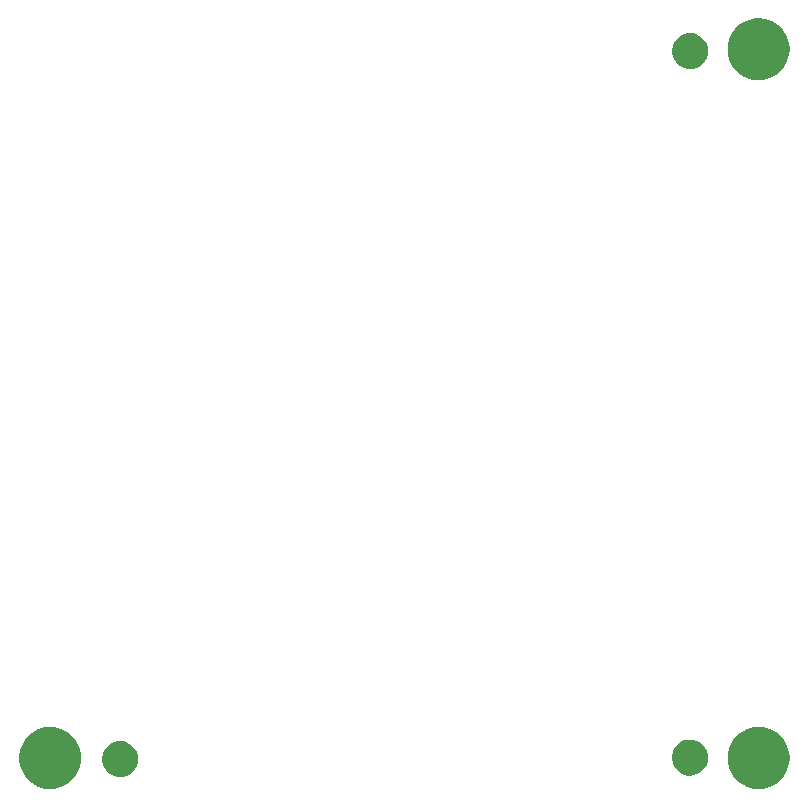
<source format=gko>
G04*
G04 #@! TF.GenerationSoftware,Altium Limited,Altium Designer,20.1.14 (287)*
G04*
G04 Layer_Color=16711935*
%FSLAX25Y25*%
%MOIN*%
G70*
G04*
G04 #@! TF.SameCoordinates,9EA74FF0-E2A0-47AC-9F38-8029312ED962*
G04*
G04*
G04 #@! TF.FilePolarity,Positive*
G04*
G01*
G75*
%ADD62C,0.10500*%
%ADD63C,0.06000*%
D62*
X602860Y151390D02*
X602758Y152396D01*
X602455Y153361D01*
X601964Y154246D01*
X601305Y155014D01*
X600505Y155633D01*
X599597Y156079D01*
X598617Y156332D01*
X597607Y156383D01*
X596607Y156230D01*
X595658Y155879D01*
X594800Y155344D01*
X594066Y154647D01*
X593489Y153816D01*
X593089Y152887D01*
X592886Y151896D01*
Y150884D01*
X593089Y149893D01*
X593489Y148963D01*
X594066Y148133D01*
X594800Y147436D01*
X595658Y146901D01*
X596607Y146549D01*
X597607Y146396D01*
X598617Y146447D01*
X599597Y146701D01*
X600505Y147146D01*
X601305Y147766D01*
X601964Y148533D01*
X602455Y149418D01*
X602758Y150383D01*
X602860Y151390D01*
Y387610D02*
X602758Y388617D01*
X602455Y389582D01*
X601964Y390467D01*
X601305Y391234D01*
X600505Y391853D01*
X599597Y392299D01*
X598617Y392553D01*
X597607Y392604D01*
X596607Y392451D01*
X595658Y392099D01*
X594800Y391564D01*
X594066Y390867D01*
X593489Y390037D01*
X593089Y389107D01*
X592886Y388116D01*
Y387104D01*
X593089Y386113D01*
X593489Y385184D01*
X594066Y384353D01*
X594800Y383656D01*
X595658Y383121D01*
X596607Y382770D01*
X597607Y382617D01*
X598617Y382668D01*
X599597Y382922D01*
X600505Y383367D01*
X601305Y383986D01*
X601964Y384754D01*
X602455Y385638D01*
X602758Y386604D01*
X602860Y387610D01*
X366640Y151390D02*
X366537Y152396D01*
X366234Y153361D01*
X365744Y154246D01*
X365085Y155014D01*
X364285Y155633D01*
X363376Y156079D01*
X362397Y156332D01*
X361386Y156383D01*
X360386Y156230D01*
X359438Y155879D01*
X358579Y155344D01*
X357846Y154647D01*
X357268Y153816D01*
X356869Y152887D01*
X356665Y151896D01*
Y150884D01*
X356869Y149893D01*
X357268Y148963D01*
X357846Y148133D01*
X358579Y147436D01*
X359438Y146901D01*
X360386Y146549D01*
X361386Y146396D01*
X362397Y146447D01*
X363376Y146701D01*
X364285Y147146D01*
X365085Y147766D01*
X365744Y148533D01*
X366234Y149418D01*
X366537Y150383D01*
X366640Y151390D01*
D63*
X578000Y151500D02*
X577837Y152474D01*
X577367Y153343D01*
X576641Y154011D01*
X575737Y154408D01*
X574752Y154490D01*
X573795Y154247D01*
X572968Y153707D01*
X572362Y152928D01*
X572041Y151994D01*
Y151006D01*
X572362Y150072D01*
X572968Y149293D01*
X573795Y148753D01*
X574752Y148510D01*
X575737Y148592D01*
X576641Y148988D01*
X577367Y149657D01*
X577837Y150526D01*
X578000Y151500D01*
Y387000D02*
X577837Y387974D01*
X577367Y388843D01*
X576641Y389511D01*
X575737Y389908D01*
X574752Y389990D01*
X573795Y389747D01*
X572968Y389207D01*
X572362Y388428D01*
X572041Y387494D01*
Y386506D01*
X572362Y385572D01*
X572968Y384793D01*
X573795Y384253D01*
X574752Y384010D01*
X575737Y384092D01*
X576641Y384489D01*
X577367Y385157D01*
X577837Y386026D01*
X578000Y387000D01*
X388000Y151000D02*
X387837Y151974D01*
X387367Y152843D01*
X386641Y153512D01*
X385736Y153908D01*
X384752Y153990D01*
X383795Y153747D01*
X382968Y153207D01*
X382362Y152428D01*
X382041Y151494D01*
Y150506D01*
X382362Y149572D01*
X382968Y148793D01*
X383795Y148253D01*
X384752Y148010D01*
X385736Y148092D01*
X386641Y148488D01*
X387367Y149157D01*
X387837Y150026D01*
X388000Y151000D01*
M02*

</source>
